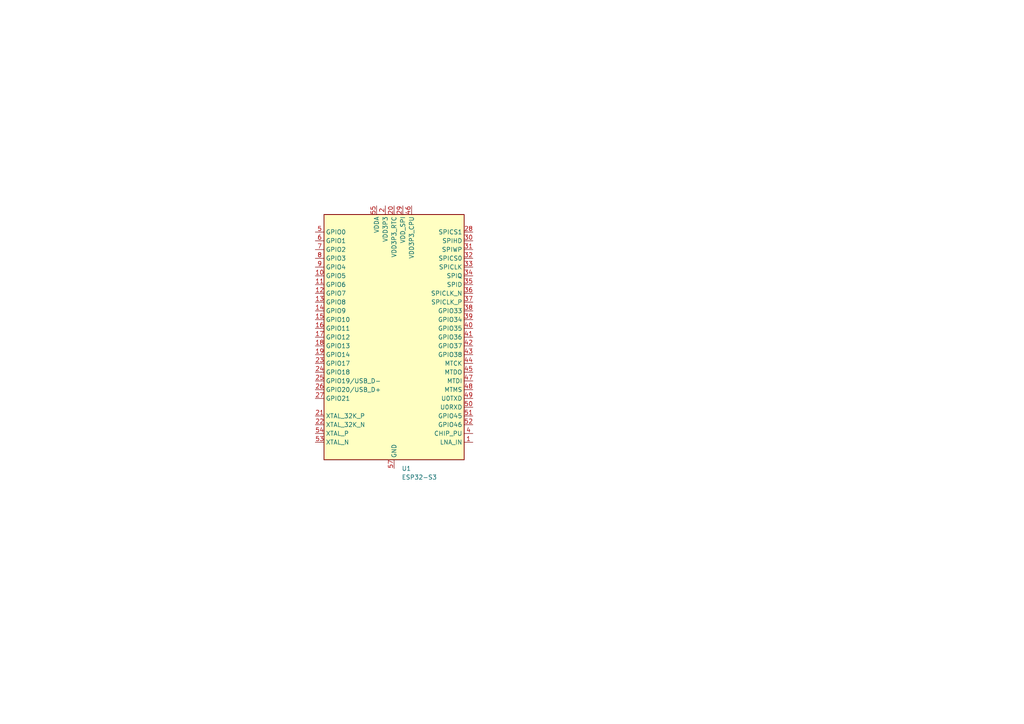
<source format=kicad_sch>
(kicad_sch (version 20231120) (generator "eeschema") (generator_version "8.0")
  (paper "A4")
  (lib_symbols
    (symbol "MCU_Espressif:ESP32-S3"
      (property "Reference" "U" (at 10.16 -38.1 0))
      (property "Value" "ESP32-S3" (at 13.97 -40.64 0))
      (symbol "ESP32-S3_0_1"
        (rectangle (start -20.32 35.56) (end 20.32 -35.56) (stroke (width 0.254)) (fill (type background)))
      )
      (symbol "ESP32-S3_1_0"
        (pin bidirectional line (at 22.86 12.7 180) (length 2.54) (name "SPICLK_N") (number "36"))
        (pin bidirectional line (at 22.86 -10.16 180) (length 2.54) (name "MTDO") (number "45"))
        (pin bidirectional line (at 22.86 -22.86 180) (length 2.54) (name "GPIO45") (number "51"))
        (pin passive line (at -5.08 38.1 270) (length 2.54) hide (name "VDDA") (number "56"))
      )
      (symbol "ESP32-S3_1_1"
        (pin bidirectional line (at 22.86 -30.48 180) (length 2.54) (name "LNA_IN") (number "1"))
        (pin bidirectional line (at -22.86 17.78 0) (length 2.54) (name "GPIO5") (number "10"))
        (pin bidirectional line (at -22.86 15.24 0) (length 2.54) (name "GPIO6") (number "11"))
        (pin bidirectional line (at -22.86 12.7 0) (length 2.54) (name "GPIO7") (number "12"))
        (pin bidirectional line (at -22.86 10.16 0) (length 2.54) (name "GPIO8") (number "13"))
        (pin bidirectional line (at -22.86 7.62 0) (length 2.54) (name "GPIO9") (number "14"))
        (pin bidirectional line (at -22.86 5.08 0) (length 2.54) (name "GPIO10") (number "15"))
        (pin bidirectional line (at -22.86 2.54 0) (length 2.54) (name "GPIO11") (number "16"))
        (pin bidirectional line (at -22.86 0 0) (length 2.54) (name "GPIO12") (number "17"))
        (pin bidirectional line (at -22.86 -2.54 0) (length 2.54) (name "GPIO13") (number "18"))
        (pin bidirectional line (at -22.86 -5.08 0) (length 2.54) (name "GPIO14") (number "19"))
        (pin power_in line (at -2.54 38.1 270) (length 2.54) (name "VDD3P3") (number "2"))
        (pin power_in line (at 0 38.1 270) (length 2.54) (name "VDD3P3_RTC") (number "20"))
        (pin passive line (at -22.86 -22.86 0) (length 2.54) (name "XTAL_32K_P") (number "21"))
        (pin passive line (at -22.86 -25.4 0) (length 2.54) (name "XTAL_32K_N") (number "22"))
        (pin bidirectional line (at -22.86 -7.62 0) (length 2.54) (name "GPIO17") (number "23"))
        (pin bidirectional line (at -22.86 -10.16 0) (length 2.54) (name "GPIO18") (number "24"))
        (pin bidirectional line (at -22.86 -12.7 0) (length 2.54) (name "GPIO19/USB_D-") (number "25"))
        (pin bidirectional line (at -22.86 -15.24 0) (length 2.54) (name "GPIO20/USB_D+") (number "26"))
        (pin bidirectional line (at -22.86 -17.78 0) (length 2.54) (name "GPIO21") (number "27"))
        (pin bidirectional line (at 22.86 30.48 180) (length 2.54) (name "SPICS1") (number "28"))
        (pin power_in line (at 2.54 38.1 270) (length 2.54) (name "VDD_SPI") (number "29"))
        (pin passive line (at -2.54 38.1 270) (length 2.54) hide (name "VDD3P3") (number "3"))
        (pin bidirectional line (at 22.86 27.94 180) (length 2.54) (name "SPIHD") (number "30"))
        (pin bidirectional line (at 22.86 25.4 180) (length 2.54) (name "SPIWP") (number "31"))
        (pin bidirectional line (at 22.86 22.86 180) (length 2.54) (name "SPICS0") (number "32"))
        (pin bidirectional line (at 22.86 20.32 180) (length 2.54) (name "SPICLK") (number "33"))
        (pin bidirectional line (at 22.86 17.78 180) (length 2.54) (name "SPIQ") (number "34"))
        (pin bidirectional line (at 22.86 15.24 180) (length 2.54) (name "SPID") (number "35"))
        (pin bidirectional line (at 22.86 10.16 180) (length 2.54) (name "SPICLK_P") (number "37"))
        (pin bidirectional line (at 22.86 7.62 180) (length 2.54) (name "GPIO33") (number "38"))
        (pin bidirectional line (at 22.86 5.08 180) (length 2.54) (name "GPIO34") (number "39"))
        (pin input line (at 22.86 -27.94 180) (length 2.54) (name "CHIP_PU") (number "4"))
        (pin bidirectional line (at 22.86 2.54 180) (length 2.54) (name "GPIO35") (number "40"))
        (pin bidirectional line (at 22.86 0 180) (length 2.54) (name "GPIO36") (number "41"))
        (pin bidirectional line (at 22.86 -2.54 180) (length 2.54) (name "GPIO37") (number "42"))
        (pin bidirectional line (at 22.86 -5.08 180) (length 2.54) (name "GPIO38") (number "43"))
        (pin bidirectional line (at 22.86 -7.62 180) (length 2.54) (name "MTCK") (number "44"))
        (pin power_in line (at 5.08 38.1 270) (length 2.54) (name "VDD3P3_CPU") (number "46"))
        (pin bidirectional line (at 22.86 -12.7 180) (length 2.54) (name "MTDI") (number "47"))
        (pin bidirectional line (at 22.86 -15.24 180) (length 2.54) (name "MTMS") (number "48"))
        (pin bidirectional line (at 22.86 -17.78 180) (length 2.54) (name "U0TXD") (number "49"))
        (pin bidirectional line (at -22.86 30.48 0) (length 2.54) (name "GPIO0") (number "5"))
        (pin bidirectional line (at 22.86 -20.32 180) (length 2.54) (name "U0RXD") (number "50"))
        (pin bidirectional line (at 22.86 -25.4 180) (length 2.54) (name "GPIO46") (number "52"))
        (pin output line (at -22.86 -30.48 0) (length 2.54) (name "XTAL_N") (number "53"))
        (pin input line (at -22.86 -27.94 0) (length 2.54) (name "XTAL_P") (number "54"))
        (pin power_in line (at -5.08 38.1 270) (length 2.54) (name "VDDA") (number "55"))
        (pin power_in line (at 0 -38.1 90) (length 2.54) (name "GND") (number "57"))
        (pin bidirectional line (at -22.86 27.94 0) (length 2.54) (name "GPIO1") (number "6"))
        (pin bidirectional line (at -22.86 25.4 0) (length 2.54) (name "GPIO2") (number "7"))
        (pin bidirectional line (at -22.86 22.86 0) (length 2.54) (name "GPIO3") (number "8"))
        (pin bidirectional line (at -22.86 20.32 0) (length 2.54) (name "GPIO4") (number "9"))
      )
    )
  )
  (symbol (lib_id "MCU_Espressif:ESP32-S3") (at 114.3 97.79 0) (unit 1)
    (property "Reference" "U1" (at 116.4941 135.89 0) (effects (justify left)))
    (property "Value" "ESP32-S3" (at 116.4941 138.43 0) (effects (justify left)))
    (property "Footprint" "Package_DFN_QFN:QFN-56-1EP_7x7mm_P0.4mm_EP4x4mm" (effects (hide yes)))
    (property "Datasheet" "https://www.espressif.com/sites/default/files/documentation/esp32-s3_datasheet_en.pdf" (effects (hide yes)))
    (property "Description" "Microcontroller, Wi-Fi 802.11b/g/n, Bluetooth, 32bit" (effects (hide yes)))
  )
)
</source>
